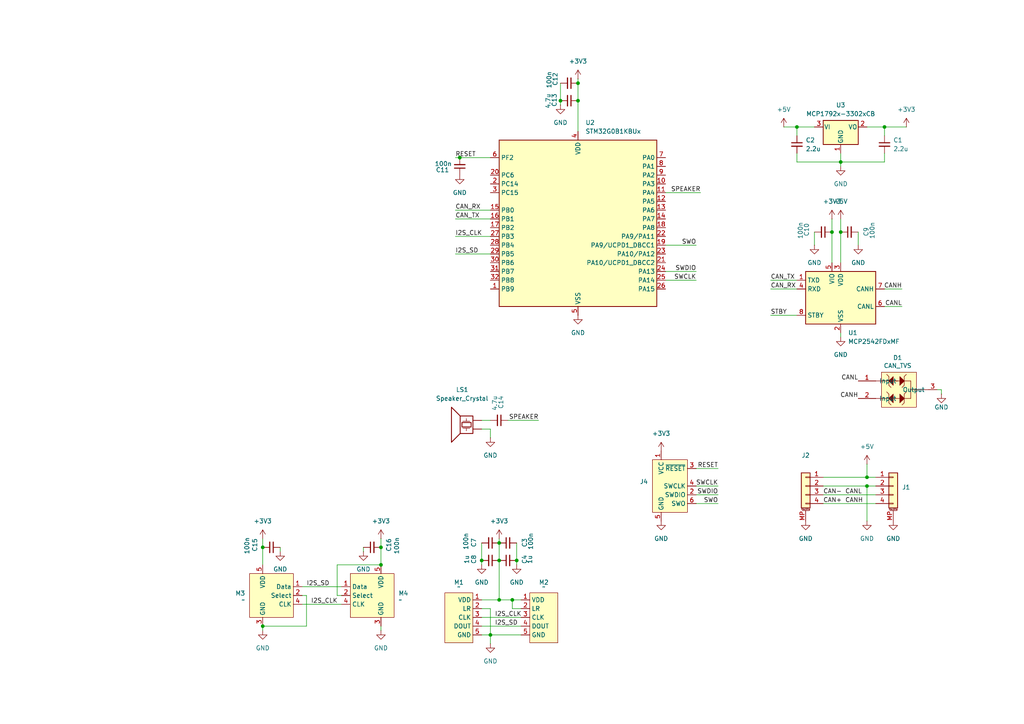
<source format=kicad_sch>
(kicad_sch (version 20250114) (generator "eeschema") (generator_version "9.0")
  (paper "A4")
  (lib_symbols
    (symbol "Connector:Conn_ARM_SWD_TagConnect_TC2030-NL" (in_bom no)
      (property "Reference" "J" (at 2.54 11.43 0))
      (property "Value" "Conn_ARM_SWD_TagConnect_TC2030-NL" (at 2.54 8.89 0))
      (symbol "Conn_ARM_SWD_TagConnect_TC2030-NL_0_0"
        (pin power_in line (at -2.54 10.16 270) (length 2.54) (name "VCC") (number "1"))
        (pin power_in line (at -2.54 -10.16 90) (length 2.54) (name "GND") (number "5"))
        (pin open_collector line (at 7.62 5.08 180) (length 2.54) (name "~{RESET}") (number "3"))
        (pin output line (at 7.62 0 180) (length 2.54) (name "SWCLK") (number "4"))
        (pin bidirectional line (at 7.62 -2.54 180) (length 2.54) (name "SWDIO") (number "2"))
        (pin input line (at 7.62 -5.08 180) (length 2.54) (name "SWO") (number "6"))
      )
      (symbol "Conn_ARM_SWD_TagConnect_TC2030-NL_0_1"
        (rectangle (start -5.08 7.62) (end 5.08 -7.62) (fill (type background)))
      )
    )
    (symbol "Connector_Generic_MountingPin:Conn_01x04_MountingPin" (pin_names (offset 1.016) (hide yes))
      (property "Reference" "J" (at 0 5.08 0))
      (property "Value" "Conn_01x04_MountingPin" (at 1.27 -7.62 0))
      (symbol "Conn_01x04_MountingPin_1_1"
        (rectangle (start -1.27 3.81) (end 1.27 -6.35) (stroke (width 0.254)) (fill (type background)))
        (rectangle (start -1.27 2.667) (end 0 2.413) (stroke (width 0.1524)))
        (rectangle (start -1.27 0.127) (end 0 -0.127) (stroke (width 0.1524)))
        (rectangle (start -1.27 -2.413) (end 0 -2.667) (stroke (width 0.1524)))
        (rectangle (start -1.27 -4.953) (end 0 -5.207) (stroke (width 0.1524)))
        (polyline (pts (xy -1.016 -7.112) (xy 1.016 -7.112)) (stroke (width 0.1524)))
        (text "Mounting" (at 0 -6.731 0) (effects (font (size 0.381 0.381))))
        (pin passive line (at -5.08 2.54 0) (length 3.81) (name "Pin_1") (number "1"))
        (pin passive line (at -5.08 0 0) (length 3.81) (name "Pin_2") (number "2"))
        (pin passive line (at -5.08 -2.54 0) (length 3.81) (name "Pin_3") (number "3"))
        (pin passive line (at -5.08 -5.08 0) (length 3.81) (name "Pin_4") (number "4"))
        (pin passive line (at 0 -10.16 90) (length 3.048) (name "MountPin") (number "MP"))
      )
    )
    (symbol "Device:C_Small" (pin_numbers (hide yes)) (pin_names (offset 0.254) (hide yes))
      (property "Reference" "C" (at 0.254 1.778 0))
      (property "Value" "C_Small" (at 0.254 -2.032 0))
      (symbol "C_Small_0_1"
        (polyline (pts (xy -1.524 0.508) (xy 1.524 0.508)) (stroke (width 0.3048)))
        (polyline (pts (xy -1.524 -0.508) (xy 1.524 -0.508)) (stroke (width 0.3302)))
      )
      (symbol "C_Small_1_1"
        (pin passive line (at 0 2.54 270) (length 2.032) (name "~") (number "1"))
        (pin passive line (at 0 -2.54 90) (length 2.032) (name "~") (number "2"))
      )
    )
    (symbol "Device:Speaker_Crystal" (pin_numbers (hide yes)) (pin_names (offset 0) (hide yes))
      (property "Reference" "LS" (at 0.635 5.715 0))
      (property "Value" "Speaker_Crystal" (at 0.635 3.81 0))
      (symbol "Speaker_Crystal_0_0"
        (rectangle (start -2.54 1.27) (end 1.143 -3.81) (stroke (width 0.254)))
        (rectangle (start -2.032 -0.635) (end 0.635 -1.905) (stroke (width 0.254)))
        (polyline (pts (xy -1.651 -0.254) (xy 0.381 -0.254)))
        (polyline (pts (xy -1.651 -2.286) (xy 0.381 -2.286)))
        (polyline (pts (xy -0.635 -0.254) (xy -0.635 0.508)))
        (polyline (pts (xy -0.635 -2.286) (xy -0.635 -3.048)))
        (polyline (pts (xy 1.143 1.27) (xy 3.683 3.81) (xy 3.683 -6.35) (xy 1.143 -3.81)) (stroke (width 0.254)))
      )
      (symbol "Speaker_Crystal_1_1"
        (pin input line (at -5.08 0 0) (length 2.54) (name "1") (number "1"))
        (pin input line (at -5.08 -2.54 0) (length 2.54) (name "2") (number "2"))
      )
    )
    (symbol "Interface_CAN_LIN:MCP2542FDxMF"
      (property "Reference" "U" (at -10.16 8.89 0))
      (property "Value" "MCP2542FDxMF" (at 2.54 8.89 0))
      (symbol "MCP2542FDxMF_0_1"
        (rectangle (start -10.16 7.62) (end 10.16 -7.62) (stroke (width 0.254)) (fill (type background)))
      )
      (symbol "MCP2542FDxMF_1_1"
        (pin input line (at -12.7 5.08 0) (length 2.54) (name "TXD") (number "1"))
        (pin output line (at -12.7 2.54 0) (length 2.54) (name "RXD") (number "4"))
        (pin input line (at -12.7 -5.08 0) (length 2.54) (name "STBY") (number "8"))
        (pin power_in line (at -2.54 10.16 270) (length 2.54) (name "VIO") (number "5"))
        (pin power_in line (at 0 10.16 270) (length 2.54) (name "VDD") (number "3"))
        (pin power_in line (at 0 -10.16 90) (length 2.54) (name "VSS") (number "2"))
        (pin passive line (at 0 -10.16 90) (length 2.54) (hide yes) (name "VSS") (number "9"))
        (pin bidirectional line (at 12.7 2.54 180) (length 2.54) (name "CANH") (number "7"))
        (pin bidirectional line (at 12.7 -2.54 180) (length 2.54) (name "CANL") (number "6"))
      )
    )
    (symbol "MCU_ST_STM32G0:STM32G0B1KBUx"
      (property "Reference" "U" (at -22.86 26.67 0))
      (property "Value" "STM32G0B1KBUx" (at 2.54 26.67 0))
      (symbol "STM32G0B1KBUx_0_1"
        (rectangle (start -22.86 -22.86) (end 22.86 25.4) (stroke (width 0.254)) (fill (type background)))
      )
      (symbol "STM32G0B1KBUx_1_1"
        (pin bidirectional line (at -25.4 20.32 0) (length 2.54) (name "PF2") (number "6"))
        (pin bidirectional line (at -25.4 15.24 0) (length 2.54) (name "PC6") (number "20"))
        (pin bidirectional line (at -25.4 12.7 0) (length 2.54) (name "PC14") (number "2"))
        (pin bidirectional line (at -25.4 10.16 0) (length 2.54) (name "PC15") (number "3"))
        (pin bidirectional line (at -25.4 5.08 0) (length 2.54) (name "PB0") (number "15"))
        (pin bidirectional line (at -25.4 2.54 0) (length 2.54) (name "PB1") (number "16"))
        (pin bidirectional line (at -25.4 0 0) (length 2.54) (name "PB2") (number "17"))
        (pin bidirectional line (at -25.4 -2.54 0) (length 2.54) (name "PB3") (number "27"))
        (pin bidirectional line (at -25.4 -5.08 0) (length 2.54) (name "PB4") (number "28"))
        (pin bidirectional line (at -25.4 -7.62 0) (length 2.54) (name "PB5") (number "29"))
        (pin bidirectional line (at -25.4 -10.16 0) (length 2.54) (name "PB6") (number "30"))
        (pin bidirectional line (at -25.4 -12.7 0) (length 2.54) (name "PB7") (number "31"))
        (pin bidirectional line (at -25.4 -15.24 0) (length 2.54) (name "PB8") (number "32"))
        (pin bidirectional line (at -25.4 -17.78 0) (length 2.54) (name "PB9") (number "1"))
        (pin power_in line (at 0 27.94 270) (length 2.54) (name "VDD") (number "4"))
        (pin passive line (at 0 -25.4 90) (length 2.54) (hide yes) (name "VSS") (number "33"))
        (pin power_in line (at 0 -25.4 90) (length 2.54) (name "VSS") (number "5"))
        (pin bidirectional line (at 25.4 20.32 180) (length 2.54) (name "PA0") (number "7"))
        (pin bidirectional line (at 25.4 17.78 180) (length 2.54) (name "PA1") (number "8"))
        (pin bidirectional line (at 25.4 15.24 180) (length 2.54) (name "PA2") (number "9"))
        (pin bidirectional line (at 25.4 12.7 180) (length 2.54) (name "PA3") (number "10"))
        (pin bidirectional line (at 25.4 10.16 180) (length 2.54) (name "PA4") (number "11"))
        (pin bidirectional line (at 25.4 7.62 180) (length 2.54) (name "PA5") (number "12"))
        (pin bidirectional line (at 25.4 5.08 180) (length 2.54) (name "PA6") (number "13"))
        (pin bidirectional line (at 25.4 2.54 180) (length 2.54) (name "PA7") (number "14"))
        (pin bidirectional line (at 25.4 0 180) (length 2.54) (name "PA8") (number "18"))
        (pin bidirectional line (at 25.4 -2.54 180) (length 2.54) (name "PA9/PA11") (number "22"))
        (pin bidirectional line (at 25.4 -5.08 180) (length 2.54) (name "PA9/UCPD1_DBCC1") (number "19"))
        (pin bidirectional line (at 25.4 -7.62 180) (length 2.54) (name "PA10/PA12") (number "23"))
        (pin bidirectional line (at 25.4 -10.16 180) (length 2.54) (name "PA10/UCPD1_DBCC2") (number "21"))
        (pin bidirectional line (at 25.4 -12.7 180) (length 2.54) (name "PA13") (number "24"))
        (pin bidirectional line (at 25.4 -15.24 180) (length 2.54) (name "PA14") (number "25"))
        (pin bidirectional line (at 25.4 -17.78 180) (length 2.54) (name "PA15") (number "26"))
      )
    )
    (symbol "Regulator_Linear:MCP1792x-3302xCB" (pin_names (offset 0.254))
      (property "Reference" "U" (at -3.81 3.175 0))
      (property "Value" "MCP1792x-3302xCB" (at 0 3.175 0))
      (symbol "MCP1792x-3302xCB_0_1"
        (rectangle (start -5.08 1.905) (end 5.08 -5.08) (stroke (width 0.254)) (fill (type background)))
      )
      (symbol "MCP1792x-3302xCB_1_1"
        (pin power_in line (at -7.62 0 0) (length 2.54) (name "VI") (number "3"))
        (pin power_in line (at 0 -7.62 90) (length 2.54) (name "GND") (number "1"))
        (pin power_out line (at 7.62 0 180) (length 2.54) (name "VO") (number "2"))
      )
    )
    (symbol "glv:CDSOT23-T24CAN" (pin_names (offset 1.016))
      (property "Reference" "D1" (at 0 9.271 0))
      (property "Value" "CAN_TVS" (at 0 6.9596 0))
      (symbol "CDSOT23-T24CAN_1_1"
        (rectangle (start -4.6736 5.08) (end 5.4356 -5.08) (fill (type background)))
        (polyline (pts (xy -2.54 3.81) (xy -3.175 4.445)))
        (polyline (pts (xy -2.54 3.81) (xy -2.54 1.27)))
        (polyline (pts (xy -2.54 2.54) (xy -1.905 3.175) (xy -1.905 1.905) (xy -2.54 2.54)) (fill (type outline)))
        (polyline (pts (xy -2.54 2.54) (xy -1.27 3.81) (xy -1.27 1.27) (xy -2.54 2.54)) (fill (type outline)))
        (polyline (pts (xy -2.54 1.27) (xy -1.905 0.635)))
        (polyline (pts (xy -2.54 -1.27) (xy -3.175 -0.635)))
        (polyline (pts (xy -2.54 -1.27) (xy -2.54 -3.81)))
        (polyline (pts (xy -2.54 -2.54) (xy -1.905 -1.905) (xy -1.905 -3.175) (xy -2.54 -2.54)) (fill (type outline)))
        (polyline (pts (xy -2.54 -2.54) (xy -1.27 -1.27) (xy -1.27 -3.81) (xy -2.54 -2.54)) (fill (type outline)))
        (polyline (pts (xy -2.54 -3.81) (xy -1.905 -4.445)))
        (polyline (pts (xy -1.27 2.54) (xy -6.35 2.54)))
        (polyline (pts (xy -1.27 -2.54) (xy -6.35 -2.54)))
        (polyline (pts (xy -0.635 2.54) (xy 1.27 2.54)))
        (polyline (pts (xy -0.635 -2.54) (xy -1.27 -2.54)))
        (polyline (pts (xy -0.635 -2.54) (xy 1.27 -2.54)))
        (polyline (pts (xy 0 2.54) (xy -1.27 2.54)))
        (polyline (pts (xy 1.27 3.175) (xy 1.27 1.905) (xy 1.905 2.54) (xy 1.27 3.175)) (fill (type outline)))
        (polyline (pts (xy 1.27 -2.54) (xy 3.81 -2.54)))
        (polyline (pts (xy 1.27 -2.54) (xy 1.27 -1.905) (xy 1.905 -2.54) (xy 1.27 -3.175) (xy 1.27 -2.54)) (fill (type outline)))
        (polyline (pts (xy 1.905 3.81) (xy 2.54 4.445)))
        (polyline (pts (xy 1.905 2.54) (xy 0.635 3.81) (xy 0.635 1.27) (xy 1.905 2.54)) (fill (type outline)))
        (polyline (pts (xy 1.905 1.27) (xy 1.27 0.635)))
        (polyline (pts (xy 1.905 1.27) (xy 1.905 3.81)))
        (polyline (pts (xy 1.905 -2.54) (xy 0.635 -1.27) (xy 0.635 -3.81) (xy 1.905 -2.54)) (fill (type outline)))
        (polyline (pts (xy 1.905 -3.81) (xy 1.27 -4.445)))
        (polyline (pts (xy 1.905 -3.81) (xy 1.905 -1.27) (xy 2.54 -0.635)))
        (polyline (pts (xy 2.54 -0.635) (xy 2.54 -0.635)))
        (polyline (pts (xy 3.81 2.54) (xy 1.27 2.54)))
        (polyline (pts (xy 3.81 0) (xy 3.81 2.54)))
        (polyline (pts (xy 3.81 0) (xy 3.81 -2.54)))
        (polyline (pts (xy 8.89 0) (xy 3.81 0)))
        (pin input line (at -11.43 2.54 0) (length 5.08) (name "Input") (number "1"))
        (pin input line (at -11.43 -2.54 0) (length 5.08) (name "Input") (number "2"))
        (pin output line (at 11.43 0 180) (length 2.54) (name "Output") (number "3"))
      )
    )
    (symbol "goatworks:MP34DT05-A"
      (property "Reference" "M" (at 0 -0.254 0))
      (symbol "MP34DT05-A_1_1"
        (rectangle (start -1.778 7.112) (end 6.35 -7.366) (fill (type background)))
        (pin input line (at 8.89 5.08 180) (length 2.54) (name "VDD") (number "1"))
        (pin input line (at 8.89 2.54 180) (length 2.54) (name "LR") (number "2"))
        (pin input line (at 8.89 0 180) (length 2.54) (name "CLK") (number "3"))
        (pin input line (at 8.89 -2.54 180) (length 2.54) (name "DOUT") (number "4"))
        (pin input line (at 8.89 -5.08 180) (length 2.54) (name "GND") (number "5"))
      )
    )
    (symbol "goatworks:T3902"
      (property "Reference" "M" (at -4.826 0 0))
      (symbol "T3902_1_1"
        (rectangle (start -6.35 6.35) (end 6.35 -6.35) (fill (type background)))
        (pin input line (at -2.54 8.89 270) (length 2.54) (name "VDD") (number "5"))
        (pin input line (at -2.54 -8.89 90) (length 2.54) (name "GND") (number "3"))
        (pin output line (at 8.89 2.54 180) (length 2.54) (name "Data") (number "1"))
        (pin input line (at 8.89 0 180) (length 2.54) (name "Select") (number "2"))
        (pin input line (at 8.89 -2.54 180) (length 2.54) (name "CLK") (number "4"))
      )
    )
    (symbol "power:+3V3" (power) (pin_numbers (hide yes)) (pin_names (offset 0) (hide yes))
      (property "Value" "+3V3" (at 0 3.556 0))
      (symbol "+3V3_0_1"
        (polyline (pts (xy -0.762 1.27) (xy 0 2.54)))
        (polyline (pts (xy 0 2.54) (xy 0.762 1.27)))
        (polyline (pts (xy 0 0) (xy 0 2.54)))
      )
      (symbol "+3V3_1_1"
        (pin power_in line (at 0 0 90) (length 0) (name "~") (number "1"))
      )
    )
    (symbol "power:+5V" (power) (pin_numbers (hide yes)) (pin_names (offset 0) (hide yes))
      (property "Value" "+5V" (at 0 3.556 0))
      (symbol "+5V_0_1"
        (polyline (pts (xy -0.762 1.27) (xy 0 2.54)))
        (polyline (pts (xy 0 2.54) (xy 0.762 1.27)))
        (polyline (pts (xy 0 0) (xy 0 2.54)))
      )
      (symbol "+5V_1_1"
        (pin power_in line (at 0 0 90) (length 0) (name "~") (number "1"))
      )
    )
    (symbol "power:GND" (power) (pin_numbers (hide yes)) (pin_names (offset 0) (hide yes))
      (property "Value" "GND" (at 0 -3.81 0))
      (symbol "GND_0_1"
        (polyline (pts (xy 0 0) (xy 0 -1.27) (xy 1.27 -1.27) (xy 0 -2.54) (xy -1.27 -1.27) (xy 0 -1.27)))
      )
      (symbol "GND_1_1"
        (pin power_in line (at 0 0 270) (length 0) (name "~") (number "1"))
      )
    )
  )
  (junction (at 144.78 162.56))
  (junction (at 139.7 162.56))
  (junction (at 243.84 46.99))
  (junction (at 76.2 158.75))
  (junction (at 133.35 45.72))
  (junction (at 231.14 36.83))
  (junction (at 251.46 140.97))
  (junction (at 251.46 138.43))
  (junction (at 167.64 29.21))
  (junction (at 110.49 163.83))
  (junction (at 241.3 67.31))
  (junction (at 110.49 158.75))
  (junction (at 142.24 184.15))
  (junction (at 243.84 67.31))
  (junction (at 167.64 24.13))
  (junction (at 162.56 29.21))
  (junction (at 144.78 173.99))
  (junction (at 76.2 181.61))
  (junction (at 148.59 173.99))
  (junction (at 144.78 157.48))
  (junction (at 256.54 36.83))
  (junction (at 149.86 162.56))
  (wire (pts (xy 251.46 140.97) (xy 254 140.97)))
  (wire (pts (xy 105.41 160.02) (xy 105.41 158.75)))
  (wire (pts (xy 142.24 184.15) (xy 142.24 186.69)))
  (wire (pts (xy 227.33 36.83) (xy 231.14 36.83)))
  (wire (pts (xy 167.64 29.21) (xy 167.64 38.1)))
  (wire (pts (xy 139.7 176.53) (xy 142.24 176.53)))
  (wire (pts (xy 142.24 176.53) (xy 142.24 184.15)))
  (wire (pts (xy 243.84 67.31) (xy 243.84 76.2)))
  (wire (pts (xy 243.84 44.45) (xy 243.84 46.99)))
  (wire (pts (xy 149.86 162.56) (xy 149.86 163.83)))
  (wire (pts (xy 261.62 88.9) (xy 256.54 88.9)))
  (wire (pts (xy 142.24 121.92) (xy 139.7 121.92)))
  (wire (pts (xy 231.14 36.83) (xy 231.14 39.37)))
  (wire (pts (xy 251.46 36.83) (xy 256.54 36.83)))
  (wire (pts (xy 149.86 157.48) (xy 149.86 162.56)))
  (wire (pts (xy 144.78 157.48) (xy 144.78 162.56)))
  (wire (pts (xy 76.2 158.75) (xy 76.2 163.83)))
  (wire (pts (xy 243.84 63.5) (xy 243.84 67.31)))
  (wire (pts (xy 97.79 172.72) (xy 99.06 172.72)))
  (wire (pts (xy 256.54 44.45) (xy 256.54 46.99)))
  (wire (pts (xy 238.76 146.05) (xy 254 146.05)))
  (wire (pts (xy 251.46 138.43) (xy 254 138.43)))
  (wire (pts (xy 132.08 63.5) (xy 142.24 63.5)))
  (wire (pts (xy 87.63 175.26) (xy 99.06 175.26)))
  (wire (pts (xy 132.08 73.66) (xy 142.24 73.66)))
  (wire (pts (xy 231.14 44.45) (xy 231.14 46.99)))
  (wire (pts (xy 139.7 181.61) (xy 151.13 181.61)))
  (wire (pts (xy 243.84 97.79) (xy 243.84 96.52)))
  (wire (pts (xy 231.14 36.83) (xy 236.22 36.83)))
  (wire (pts (xy 167.64 24.13) (xy 167.64 29.21)))
  (wire (pts (xy 193.04 71.12) (xy 201.93 71.12)))
  (wire (pts (xy 223.52 83.82) (xy 231.14 83.82)))
  (wire (pts (xy 87.63 172.72) (xy 88.9 172.72)))
  (wire (pts (xy 97.79 163.83) (xy 110.49 163.83)))
  (wire (pts (xy 251.46 134.62) (xy 251.46 138.43)))
  (wire (pts (xy 144.78 173.99) (xy 148.59 173.99)))
  (wire (pts (xy 142.24 184.15) (xy 151.13 184.15)))
  (wire (pts (xy 132.08 68.58) (xy 142.24 68.58)))
  (wire (pts (xy 193.04 81.28) (xy 201.93 81.28)))
  (wire (pts (xy 148.59 173.99) (xy 148.59 176.53)))
  (wire (pts (xy 139.7 173.99) (xy 144.78 173.99)))
  (wire (pts (xy 273.05 114.3) (xy 273.05 113.03)))
  (wire (pts (xy 110.49 182.88) (xy 110.49 181.61)))
  (wire (pts (xy 231.14 46.99) (xy 243.84 46.99)))
  (wire (pts (xy 236.22 67.31) (xy 236.22 71.12)))
  (wire (pts (xy 162.56 29.21) (xy 162.56 30.48)))
  (wire (pts (xy 223.52 81.28) (xy 231.14 81.28)))
  (wire (pts (xy 133.35 45.72) (xy 142.24 45.72)))
  (wire (pts (xy 156.21 121.92) (xy 147.32 121.92)))
  (wire (pts (xy 256.54 36.83) (xy 262.89 36.83)))
  (wire (pts (xy 208.28 146.05) (xy 201.93 146.05)))
  (wire (pts (xy 139.7 162.56) (xy 139.7 163.83)))
  (wire (pts (xy 110.49 156.21) (xy 110.49 158.75)))
  (wire (pts (xy 87.63 170.18) (xy 99.06 170.18)))
  (wire (pts (xy 208.28 143.51) (xy 201.93 143.51)))
  (wire (pts (xy 132.08 60.96) (xy 142.24 60.96)))
  (wire (pts (xy 76.2 181.61) (xy 76.2 182.88)))
  (wire (pts (xy 238.76 143.51) (xy 254 143.51)))
  (wire (pts (xy 97.79 163.83) (xy 97.79 172.72)))
  (wire (pts (xy 243.84 46.99) (xy 243.84 48.26)))
  (wire (pts (xy 139.7 124.46) (xy 142.24 124.46)))
  (wire (pts (xy 241.3 67.31) (xy 241.3 76.2)))
  (wire (pts (xy 167.64 22.86) (xy 167.64 24.13)))
  (wire (pts (xy 139.7 157.48) (xy 139.7 162.56)))
  (wire (pts (xy 76.2 156.21) (xy 76.2 158.75)))
  (wire (pts (xy 148.59 173.99) (xy 151.13 173.99)))
  (wire (pts (xy 193.04 78.74) (xy 201.93 78.74)))
  (wire (pts (xy 251.46 140.97) (xy 251.46 151.13)))
  (wire (pts (xy 132.08 45.72) (xy 133.35 45.72)))
  (wire (pts (xy 208.28 140.97) (xy 201.93 140.97)))
  (wire (pts (xy 273.05 113.03) (xy 271.78 113.03)))
  (wire (pts (xy 148.59 176.53) (xy 151.13 176.53)))
  (wire (pts (xy 261.62 83.82) (xy 256.54 83.82)))
  (wire (pts (xy 223.52 91.44) (xy 231.14 91.44)))
  (wire (pts (xy 208.28 135.89) (xy 201.93 135.89)))
  (wire (pts (xy 142.24 124.46) (xy 142.24 127)))
  (wire (pts (xy 144.78 156.21) (xy 144.78 157.48)))
  (wire (pts (xy 76.2 181.61) (xy 88.9 181.61)))
  (wire (pts (xy 238.76 140.97) (xy 251.46 140.97)))
  (wire (pts (xy 144.78 162.56) (xy 144.78 173.99)))
  (wire (pts (xy 110.49 158.75) (xy 110.49 163.83)))
  (wire (pts (xy 248.92 67.31) (xy 248.92 71.12)))
  (wire (pts (xy 238.76 138.43) (xy 251.46 138.43)))
  (wire (pts (xy 162.56 24.13) (xy 162.56 29.21)))
  (wire (pts (xy 139.7 179.07) (xy 151.13 179.07)))
  (wire (pts (xy 81.28 158.75) (xy 81.28 160.02)))
  (wire (pts (xy 88.9 172.72) (xy 88.9 181.61)))
  (wire (pts (xy 241.3 63.5) (xy 241.3 67.31)))
  (wire (pts (xy 256.54 36.83) (xy 256.54 39.37)))
  (wire (pts (xy 142.24 184.15) (xy 139.7 184.15)))
  (wire (pts (xy 243.84 46.99) (xy 256.54 46.99)))
  (wire (pts (xy 203.2 55.88) (xy 193.04 55.88)))
  (label "CAN_TX" (at 132.08 63.5 0))
  (label "I2S_CLK" (at 90.17 175.26 0))
  (label "SWO" (at 201.93 71.12 180))
  (label "CAN+" (at 238.76 146.05 0))
  (label "CANH" (at 248.92 115.57 180))
  (label "CANL" (at 245.11 143.51 0))
  (label "RESET" (at 132.08 45.72 0))
  (label "SWCLK" (at 208.28 140.97 180))
  (label "CAN-" (at 238.76 143.51 0))
  (label "I2S_SD" (at 132.08 73.66 0))
  (label "CAN_RX" (at 223.52 83.82 0))
  (label "CAN_TX" (at 223.52 81.28 0))
  (label "SWCLK" (at 201.93 81.28 180))
  (label "SWDIO" (at 208.28 143.51 180))
  (label "CANL" (at 248.92 110.49 180))
  (label "SWO" (at 208.28 146.05 180))
  (label "SWDIO" (at 201.93 78.74 180))
  (label "CANH" (at 245.11 146.05 0))
  (label "I2S_SD" (at 143.51 181.61 0))
  (label "CAN_RX" (at 132.08 60.96 0))
  (label "I2S_CLK" (at 143.51 179.07 0))
  (label "CANL" (at 261.62 88.9 180))
  (label "STBY" (at 223.52 91.44 0))
  (label "RESET" (at 208.28 135.89 180))
  (label "I2S_SD" (at 88.9 170.18 0))
  (label "CANH" (at 261.62 83.82 180))
  (label "SPEAKER" (at 203.2 55.88 180))
  (label "SPEAKER" (at 156.21 121.92 180))
  (label "I2S_CLK" (at 132.08 68.58 0))
  (symbol (lib_id "power:+5V") (at 243.84 63.5 0) (unit 1)
    (property "Reference" "#PWR017" (effects (hide yes)))
    (property "Value" "+5V" (at 243.84 58.42 0))
    (property "Description" "Power symbol creates a global label with name \"+5V\"" (effects (hide yes)))
  )
  (symbol (lib_id "Connector_Generic_MountingPin:Conn_01x04_MountingPin") (at 233.68 140.97 0) (mirror y) (unit 1)
    (property "Reference" "J2" (at 233.68 132.08 0))
    (property "Value" "Conn_01x04_MountingPin" (effects (hide yes)))
    (property "Footprint" "goatworks-footprint-library:CONN04_5055670471_MOL" (effects (hide yes)))
    (property "Description" "Generic connectable mounting pin connector, single row, 01x04, script generated (kicad-library-utils/schlib/autogen/connector/)" (effects (hide yes)))
  )
  (symbol (lib_id "power:GND") (at 191.77 151.13 0) (unit 1)
    (property "Reference" "#PWR012" (effects (hide yes)))
    (property "Value" "GND" (at 191.77 156.21 0))
    (property "Description" "Power symbol creates a global label with name \"GND\" , ground" (effects (hide yes)))
  )
  (symbol (lib_id "MCU_ST_STM32G0:STM32G0B1KBUx") (at 167.64 66.04 0) (unit 1)
    (property "Reference" "U2" (at 169.7833 35.56 0) (effects (justify left)))
    (property "Value" "STM32G0B1KBUx" (at 169.7833 38.1 0) (effects (justify left)))
    (property "Footprint" "Package_DFN_QFN:QFN-32-1EP_5x5mm_P0.5mm_EP3.45x3.45mm" (effects (hide yes)))
    (property "Datasheet" "https://www.st.com/resource/en/datasheet/stm32g0b1kb.pdf" (effects (hide yes)))
    (property "Description" "STMicroelectronics Arm Cortex-M0+ MCU, 128KB flash, 144KB RAM, 64 MHz, 1.7-3.6V, 30 GPIO, UFQFPN32" (effects (hide yes)))
  )
  (symbol (lib_id "power:+3V3") (at 110.49 156.21 0) (unit 1)
    (property "Reference" "#PWR026" (effects (hide yes)))
    (property "Value" "+3V3" (at 110.49 151.13 0))
    (property "Description" "Power symbol creates a global label with name \"+3V3\"" (effects (hide yes)))
  )
  (symbol (lib_id "power:GND") (at 243.84 48.26 0) (unit 1)
    (property "Reference" "#PWR09" (effects (hide yes)))
    (property "Value" "GND" (at 243.84 53.34 0))
    (property "Description" "Power symbol creates a global label with name \"GND\" , ground" (effects (hide yes)))
  )
  (symbol (lib_id "power:+5V") (at 227.33 36.83 0) (unit 1)
    (property "Reference" "#PWR010" (effects (hide yes)))
    (property "Value" "+5V" (at 227.33 31.75 0))
    (property "Description" "Power symbol creates a global label with name \"+5V\"" (effects (hide yes)))
  )
  (symbol (lib_id "power:GND") (at 251.46 151.13 0) (unit 1)
    (property "Reference" "#PWR04" (effects (hide yes)))
    (property "Value" "GND" (at 251.46 156.21 0))
    (property "Description" "Power symbol creates a global label with name \"GND\" , ground" (effects (hide yes)))
  )
  (symbol (lib_id "Device:C_Small") (at 165.1 29.21 270) (mirror x) (unit 1)
    (property "Reference" "C13" (at 160.782 30.988 0) (effects (justify left)))
    (property "Value" "4.7u" (at 159.004 31.496 0) (effects (justify left)))
    (property "Footprint" "Capacitor_SMD:C_0603_1608Metric" (effects (hide yes)))
    (property "Description" "Unpolarized capacitor, small symbol" (effects (hide yes)))
  )
  (symbol (lib_id "power:GND") (at 133.35 50.8 0) (unit 1)
    (property "Reference" "#PWR023" (effects (hide yes)))
    (property "Value" "GND" (at 133.35 55.88 0))
    (property "Description" "Power symbol creates a global label with name \"GND\" , ground" (effects (hide yes)))
  )
  (symbol (lib_id "power:+3V3") (at 167.64 22.86 0) (unit 1)
    (property "Reference" "#PWR07" (effects (hide yes)))
    (property "Value" "+3V3" (at 167.64 17.78 0))
    (property "Description" "Power symbol creates a global label with name \"+3V3\"" (effects (hide yes)))
  )
  (symbol (lib_id "power:+5V") (at 251.46 134.62 0) (unit 1)
    (property "Reference" "#PWR01" (effects (hide yes)))
    (property "Value" "+5V" (at 251.46 129.54 0))
    (property "Description" "Power symbol creates a global label with name \"+5V\"" (effects (hide yes)))
  )
  (symbol (lib_id "power:GND") (at 248.92 71.12 0) (unit 1)
    (property "Reference" "#PWR022" (effects (hide yes)))
    (property "Value" "GND" (at 248.92 76.2 0))
    (property "Description" "Power symbol creates a global label with name \"GND\" , ground" (effects (hide yes)))
  )
  (symbol (lib_id "power:GND") (at 139.7 163.83 0) (mirror y) (unit 1)
    (property "Reference" "#PWR020" (effects (hide yes)))
    (property "Value" "GND" (at 139.7 168.91 0))
    (property "Description" "Power symbol creates a global label with name \"GND\" , ground" (effects (hide yes)))
  )
  (symbol (lib_id "power:GND") (at 162.56 30.48 0) (mirror y) (unit 1)
    (property "Reference" "#PWR024" (effects (hide yes)))
    (property "Value" "GND" (at 162.56 35.56 0))
    (property "Description" "Power symbol creates a global label with name \"GND\" , ground" (effects (hide yes)))
  )
  (symbol (lib_id "power:+3V3") (at 76.2 156.21 0) (unit 1)
    (property "Reference" "#PWR015" (effects (hide yes)))
    (property "Value" "+3V3" (at 76.2 151.13 0))
    (property "Description" "Power symbol creates a global label with name \"+3V3\"" (effects (hide yes)))
  )
  (symbol (lib_id "power:GND") (at 243.84 97.79 0) (unit 1)
    (property "Reference" "#PWR019" (effects (hide yes)))
    (property "Value" "GND" (at 243.84 102.87 0))
    (property "Description" "Power symbol creates a global label with name \"GND\" , ground" (effects (hide yes)))
  )
  (symbol (lib_id "power:GND") (at 105.41 160.02 0) (unit 1)
    (property "Reference" "#PWR029" (effects (hide yes)))
    (property "Value" "GND" (at 105.41 165.1 0))
    (property "Description" "Power symbol creates a global label with name \"GND\" , ground" (effects (hide yes)))
  )
  (symbol (lib_id "Regulator_Linear:MCP1792x-3302xCB") (at 243.84 36.83 0) (unit 1)
    (property "Reference" "U3" (at 243.84 30.48 0))
    (property "Value" "MCP1792x-3302xCB" (at 243.84 33.02 0))
    (property "Footprint" "Package_TO_SOT_SMD:SOT-23" (effects (hide yes)))
    (property "Datasheet" "https://ww1.microchip.com/downloads/aemDocuments/documents/APID/ProductDocuments/DataSheets/MCP1792-Family-Data-Sheet-DS20006229D.pdf" (effects (hide yes)))
    (property "Description" "100mA Low Quiscent Current LDO, 4.5-55V input, 3.3V output, SOT-23" (effects (hide yes)))
  )
  (symbol (lib_id "goatworks:MP34DT05-A") (at 160.02 179.07 0) (mirror y) (unit 1)
    (property "Reference" "M2" (at 157.734 168.91 0))
    (property "Value" "~" (at 157.734 170.18 0))
    (property "Footprint" "goatworks-footprint-library:MP34DT05-A" (effects (hide yes)))
    (property "Datasheet" "https://www.st.com/content/ccc/resource/technical/document/datasheet/group3/c7/90/d3/f6/b7/e7/40/c8/DM00415595/files/DM00415595.pdf/jcr:content/translations/en.DM00415595.pdf" (effects (hide yes)))
  )
  (symbol (lib_id "power:GND") (at 76.2 182.88 0) (unit 1)
    (property "Reference" "#PWR014" (effects (hide yes)))
    (property "Value" "GND" (at 76.2 187.96 0))
    (property "Description" "Power symbol creates a global label with name \"GND\" , ground" (effects (hide yes)))
  )
  (symbol (lib_id "Device:Speaker_Crystal") (at 134.62 124.46 180) (unit 1)
    (property "Reference" "LS1" (at 134.0485 113.03 0))
    (property "Value" "Speaker_Crystal" (at 134.0485 115.57 0))
    (property "Footprint" "goatworks-footprint-library:PKMCS0909E4000-R1" (effects (hide yes)))
    (property "Datasheet" "https://www.murata.com/~/media/webrenewal/products/sound/sounder/vppt-buzj083-d.ashx" (effects (hide yes)))
    (property "Description" "Crystal speaker/transducer" (effects (hide yes)))
  )
  (symbol (lib_id "power:GND") (at 167.64 91.44 0) (unit 1)
    (property "Reference" "#PWR025" (effects (hide yes)))
    (property "Value" "GND" (at 167.64 96.52 0))
    (property "Description" "Power symbol creates a global label with name \"GND\" , ground" (effects (hide yes)))
  )
  (symbol (lib_id "power:+3V3") (at 241.3 63.5 0) (unit 1)
    (property "Reference" "#PWR018" (effects (hide yes)))
    (property "Value" "+3V3" (at 241.3 58.42 0))
    (property "Description" "Power symbol creates a global label with name \"+3V3\"" (effects (hide yes)))
  )
  (symbol (lib_id "Device:C_Small") (at 165.1 24.13 270) (mirror x) (unit 1)
    (property "Reference" "C12" (at 161.036 24.892 0) (effects (justify left)))
    (property "Value" "100n" (at 159.258 25.654 0) (effects (justify left)))
    (property "Footprint" "Capacitor_SMD:C_0402_1005Metric" (effects (hide yes)))
    (property "Description" "Unpolarized capacitor, small symbol" (effects (hide yes)))
  )
  (symbol (lib_id "Connector:Conn_ARM_SWD_TagConnect_TC2030-NL") (at 194.31 140.97 0) (unit 1) (in_bom no)
    (property "Reference" "J4" (at 187.96 139.6999 0) (effects (justify right)))
    (property "Value" "Conn_ARM_SWD_TagConnect_TC2030-NL" (effects (hide yes)))
    (property "Footprint" "Connector:Tag-Connect_TC2030-IDC-NL_2x03_P1.27mm_Vertical" (effects (hide yes)))
    (property "Datasheet" "https://www.tag-connect.com/wp-content/uploads/bsk-pdf-manager/TC2030-CTX_1.pdf" (effects (hide yes)))
    (property "Description" "Tag-Connect ARM Cortex SWD JTAG connector, 6 pin, no legs" (effects (hide yes)))
  )
  (symbol (lib_id "power:GND") (at 81.28 160.02 0) (unit 1)
    (property "Reference" "#PWR028" (effects (hide yes)))
    (property "Value" "GND" (at 81.28 165.1 0))
    (property "Description" "Power symbol creates a global label with name \"GND\" , ground" (effects (hide yes)))
  )
  (symbol (lib_id "power:GND") (at 149.86 163.83 0) (unit 1)
    (property "Reference" "#PWR013" (effects (hide yes)))
    (property "Value" "GND" (at 149.86 168.91 0))
    (property "Description" "Power symbol creates a global label with name \"GND\" , ground" (effects (hide yes)))
  )
  (symbol (lib_id "Device:C_Small") (at 142.24 162.56 270) (mirror x) (unit 1)
    (property "Reference" "C8" (at 137.414 163.576 0) (effects (justify left)))
    (property "Value" "1u" (at 135.382 163.576 0) (effects (justify left)))
    (property "Footprint" "Capacitor_SMD:C_0603_1608Metric" (effects (hide yes)))
    (property "Description" "Unpolarized capacitor, small symbol" (effects (hide yes)))
  )
  (symbol (lib_id "power:+3V3") (at 262.89 36.83 0) (unit 1)
    (property "Reference" "#PWR08" (effects (hide yes)))
    (property "Value" "+3V3" (at 262.89 31.75 0))
    (property "Description" "Power symbol creates a global label with name \"+3V3\"" (effects (hide yes)))
  )
  (symbol (lib_id "glv:CDSOT23-T24CAN") (at 260.35 113.03 0) (unit 1)
    (property "Reference" "D1" (at 260.35 103.759 0))
    (property "Value" "CAN_TVS" (at 260.35 106.0704 0))
    (property "Footprint" "Package_TO_SOT_SMD:SOT-23-3" (effects (hide yes)))
    (property "LCSC" "C32677" (effects (hide yes)))
  )
  (symbol (lib_id "Interface_CAN_LIN:MCP2542FDxMF") (at 243.84 86.36 0) (unit 1)
    (property "Reference" "U1" (at 245.9833 96.52 0) (effects (justify left)))
    (property "Value" "MCP2542FDxMF" (at 245.9833 99.06 0) (effects (justify left)))
    (property "Footprint" "Package_DFN_QFN:DFN-8-1EP_3x3mm_P0.65mm_EP1.55x2.4mm" (effects (hide yes)))
    (property "Datasheet" "http://ww1.microchip.com/downloads/en/DeviceDoc/MCP2542FD-4FD-MCP2542WFD-4WFD-Data-Sheet20005514B.pdf" (effects (hide yes)))
    (property "Description" "CAN-FD Transceiver, Wake-Up on CAN activity, 8Mbps, 5V supply, STBY pin, 3x3 DFN-8" (effects (hide yes)))
  )
  (symbol (lib_id "power:GND") (at 233.68 151.13 0) (unit 1)
    (property "Reference" "#PWR03" (effects (hide yes)))
    (property "Value" "GND" (at 233.68 156.21 0))
    (property "Description" "Power symbol creates a global label with name \"GND\" , ground" (effects (hide yes)))
  )
  (symbol (lib_id "power:+3V3") (at 191.77 130.81 0) (unit 1)
    (property "Reference" "#PWR011" (effects (hide yes)))
    (property "Value" "+3V3" (at 191.77 125.73 0))
    (property "Description" "Power symbol creates a global label with name \"+3V3\"" (effects (hide yes)))
  )
  (symbol (lib_id "goatworks:T3902") (at 78.74 172.72 0) (unit 1)
    (property "Reference" "M3" (at 71.12 172.0849 0) (effects (justify right)))
    (property "Value" "~" (at 71.12 173.99 0) (effects (justify right)))
    (property "Footprint" "goatworks-footprint-library:T3902" (effects (hide yes)))
    (property "Datasheet" "https://invensense.tdk.com/wp-content/uploads/2020/05/DS-000357-T3902-v1.0.pdf" (effects (hide yes)))
  )
  (symbol (lib_id "power:GND") (at 142.24 127 0) (unit 1)
    (property "Reference" "#PWR016" (effects (hide yes)))
    (property "Value" "GND" (at 142.24 132.08 0))
    (property "Description" "Power symbol creates a global label with name \"GND\" , ground" (effects (hide yes)))
  )
  (symbol (lib_id "Device:C_Small") (at 142.24 157.48 270) (mirror x) (unit 1)
    (property "Reference" "C7" (at 137.414 158.75 0) (effects (justify left)))
    (property "Value" "100n" (at 135.128 159.512 0) (effects (justify left)))
    (property "Footprint" "Capacitor_SMD:C_0402_1005Metric" (effects (hide yes)))
    (property "Description" "Unpolarized capacitor, small symbol" (effects (hide yes)))
  )
  (symbol (lib_id "goatworks:MP34DT05-A") (at 130.81 179.07 0) (unit 1)
    (property "Reference" "M1" (at 133.096 168.91 0))
    (property "Value" "~" (at 133.096 170.18 0))
    (property "Footprint" "goatworks-footprint-library:MP34DT05-A" (effects (hide yes)))
    (property "Datasheet" "https://www.st.com/content/ccc/resource/technical/document/datasheet/group3/c7/90/d3/f6/b7/e7/40/c8/DM00415595/files/DM00415595.pdf/jcr:content/translations/en.DM00415595.pdf" (effects (hide yes)))
  )
  (symbol (lib_id "Device:C_Small") (at 246.38 67.31 90) (unit 1)
    (property "Reference" "C9" (at 251.206 68.58 0) (effects (justify left)))
    (property "Value" "100n" (at 252.984 69.342 0) (effects (justify left)))
    (property "Footprint" "Capacitor_SMD:C_0402_1005Metric" (effects (hide yes)))
    (property "Description" "Unpolarized capacitor, small symbol" (effects (hide yes)))
  )
  (symbol (lib_id "power:GND") (at 273.05 114.3 0) (unit 1)
    (property "Reference" "#PWR031" (effects (hide yes)))
    (property "Value" "GND" (at 273.05 118.11 0))
    (property "Description" "Power symbol creates a global label with name \"GND\" , ground" (effects (hide yes)))
  )
  (symbol (lib_id "Device:C_Small") (at 238.76 67.31 270) (mirror x) (unit 1)
    (property "Reference" "C10" (at 233.934 68.58 0) (effects (justify left)))
    (property "Value" "100n" (at 232.156 69.342 0) (effects (justify left)))
    (property "Footprint" "Capacitor_SMD:C_0402_1005Metric" (effects (hide yes)))
    (property "Description" "Unpolarized capacitor, small symbol" (effects (hide yes)))
  )
  (symbol (lib_id "power:GND") (at 236.22 71.12 0) (unit 1)
    (property "Reference" "#PWR021" (effects (hide yes)))
    (property "Value" "GND" (at 236.22 76.2 0))
    (property "Description" "Power symbol creates a global label with name \"GND\" , ground" (effects (hide yes)))
  )
  (symbol (lib_id "goatworks:T3902") (at 107.95 172.72 0) (mirror y) (unit 1)
    (property "Reference" "M4" (at 115.57 172.0849 0) (effects (justify right)))
    (property "Value" "~" (at 115.57 173.99 0) (effects (justify right)))
    (property "Footprint" "goatworks-footprint-library:T3902" (effects (hide yes)))
    (property "Datasheet" "https://invensense.tdk.com/wp-content/uploads/2020/05/DS-000357-T3902-v1.0.pdf" (effects (hide yes)))
  )
  (symbol (lib_id "Device:C_Small") (at 147.32 157.48 90) (unit 1)
    (property "Reference" "C3" (at 152.146 158.75 0) (effects (justify left)))
    (property "Value" "100n" (at 153.924 159.512 0) (effects (justify left)))
    (property "Footprint" "Capacitor_SMD:C_0402_1005Metric" (effects (hide yes)))
    (property "Description" "Unpolarized capacitor, small symbol" (effects (hide yes)))
  )
  (symbol (lib_id "Device:C_Small") (at 107.95 158.75 90) (unit 1)
    (property "Reference" "C16" (at 112.776 160.02 0) (effects (justify left)))
    (property "Value" "100n" (at 115.062 160.782 0) (effects (justify left)))
    (property "Footprint" "Capacitor_SMD:C_0402_1005Metric" (effects (hide yes)))
    (property "Description" "Unpolarized capacitor, small symbol" (effects (hide yes)))
  )
  (symbol (lib_id "Connector_Generic_MountingPin:Conn_01x04_MountingPin") (at 259.08 140.97 0) (unit 1)
    (property "Reference" "J1" (at 261.62 141.3255 0) (effects (justify left)))
    (property "Value" "Conn_01x04_MountingPin" (effects (hide yes)))
    (property "Footprint" "goatworks-footprint-library:CONN04_5055670471_MOL" (effects (hide yes)))
    (property "Description" "Generic connectable mounting pin connector, single row, 01x04, script generated (kicad-library-utils/schlib/autogen/connector/)" (effects (hide yes)))
  )
  (symbol (lib_id "power:GND") (at 259.08 151.13 0) (unit 1)
    (property "Reference" "#PWR02" (effects (hide yes)))
    (property "Value" "GND" (at 259.08 156.21 0))
    (property "Description" "Power symbol creates a global label with name \"GND\" , ground" (effects (hide yes)))
  )
  (symbol (lib_id "power:+3V3") (at 144.78 156.21 0) (unit 1)
    (property "Reference" "#PWR06" (effects (hide yes)))
    (property "Value" "+3V3" (at 144.78 151.13 0))
    (property "Description" "Power symbol creates a global label with name \"+3V3\"" (effects (hide yes)))
  )
  (symbol (lib_id "Device:C_Small") (at 133.35 48.26 180) (unit 1)
    (property "Reference" "C11" (at 130.302 49.276 0) (effects (justify left)))
    (property "Value" "100n" (at 131.064 47.498 0) (effects (justify left)))
    (property "Footprint" "Capacitor_SMD:C_0402_1005Metric" (effects (hide yes)))
    (property "Description" "Unpolarized capacitor, small symbol" (effects (hide yes)))
  )
  (symbol (lib_id "Device:C_Small") (at 256.54 41.91 0) (unit 1)
    (property "Reference" "C1" (at 259.08 40.6462 0) (effects (justify left)))
    (property "Value" "2.2u" (at 259.08 43.1862 0) (effects (justify left)))
    (property "Footprint" "Capacitor_SMD:C_0603_1608Metric" (effects (hide yes)))
    (property "Description" "Unpolarized capacitor, small symbol" (effects (hide yes)))
  )
  (symbol (lib_id "power:GND") (at 110.49 182.88 0) (unit 1)
    (property "Reference" "#PWR027" (effects (hide yes)))
    (property "Value" "GND" (at 110.49 187.96 0))
    (property "Description" "Power symbol creates a global label with name \"GND\" , ground" (effects (hide yes)))
  )
  (symbol (lib_id "power:GND") (at 142.24 186.69 0) (unit 1)
    (property "Reference" "#PWR05" (effects (hide yes)))
    (property "Value" "GND" (at 142.24 191.77 0))
    (property "Description" "Power symbol creates a global label with name \"GND\" , ground" (effects (hide yes)))
  )
  (symbol (lib_id "Device:C_Small") (at 144.78 121.92 270) (mirror x) (unit 1)
    (property "Reference" "C14" (at 145.288 118.618 0) (effects (justify left)))
    (property "Value" "4.7u" (at 143.51 119.126 0) (effects (justify left)))
    (property "Footprint" "Capacitor_SMD:C_0603_1608Metric" (effects (hide yes)))
    (property "Description" "Unpolarized capacitor, small symbol" (effects (hide yes)))
  )
  (symbol (lib_id "Device:C_Small") (at 231.14 41.91 0) (unit 1)
    (property "Reference" "C2" (at 233.68 40.6462 0) (effects (justify left)))
    (property "Value" "2.2u" (at 233.68 43.1862 0) (effects (justify left)))
    (property "Footprint" "Capacitor_SMD:C_0603_1608Metric" (effects (hide yes)))
    (property "Description" "Unpolarized capacitor, small symbol" (effects (hide yes)))
  )
  (symbol (lib_id "Device:C_Small") (at 78.74 158.75 270) (mirror x) (unit 1)
    (property "Reference" "C15" (at 73.914 160.02 0) (effects (justify left)))
    (property "Value" "100n" (at 71.628 160.782 0) (effects (justify left)))
    (property "Footprint" "Capacitor_SMD:C_0402_1005Metric" (effects (hide yes)))
    (property "Description" "Unpolarized capacitor, small symbol" (effects (hide yes)))
  )
  (symbol (lib_id "Device:C_Small") (at 147.32 162.56 90) (unit 1)
    (property "Reference" "C4" (at 152.146 163.576 0) (effects (justify left)))
    (property "Value" "1u" (at 153.67 163.576 0) (effects (justify left)))
    (property "Footprint" "Capacitor_SMD:C_0603_1608Metric" (effects (hide yes)))
    (property "Description" "Unpolarized capacitor, small symbol" (effects (hide yes)))
  )
)
</source>
